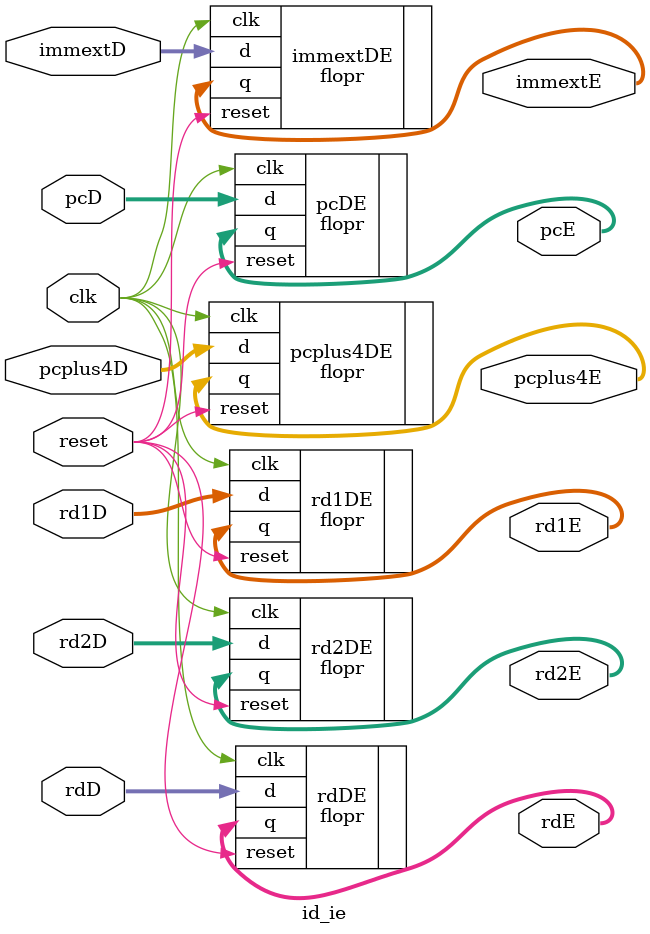
<source format=sv>
`include "flopr.sv"
module id_ie(
		input logic clk, reset,
		input logic [31:0] rd1D, 
		input logic [31:0] rd2D, 
		input logic [31:0] pcD,
		input logic [4:0] rdD,
		input logic [31:0] immextD,
		input logic [31:0] pcplus4D,
		output logic [31:0] rd1E, 
		output logic [31:0] rd2E, 
		output logic [31:0] pcE,
		output logic [4:0] rdE,
		output logic [31:0] immextE,
		output logic [31:0] pcplus4E
		);

	flopr #(.WIDTH(32)) rd1DE(
		.clk(clk),
		.reset(reset),
		.d(rd1D),
		.q(rd1E));

	flopr #(.WIDTH(32)) rd2DE(
		.clk(clk),
		.reset(reset),
		.d(rd2D),
		.q(rd2E));

	flopr #(.WIDTH(32)) pcDE(
		.clk(clk),
		.reset(reset),
		.d(pcD),
		.q(pcE));

	flopr #(.WIDTH(5)) rdDE(
		.clk(clk),
		.reset(reset),
		.d(rdD),
		.q(rdE));

	flopr #(.WIDTH(32)) immextDE(
		.clk(clk),
		.reset(reset),
		.d(immextD),
		.q(immextE));

	flopr #(.WIDTH(32)) pcplus4DE(
		.clk(clk),
		.reset(reset),
		.d(pcplus4D),
		.q(pcplus4E));

endmodule

</source>
